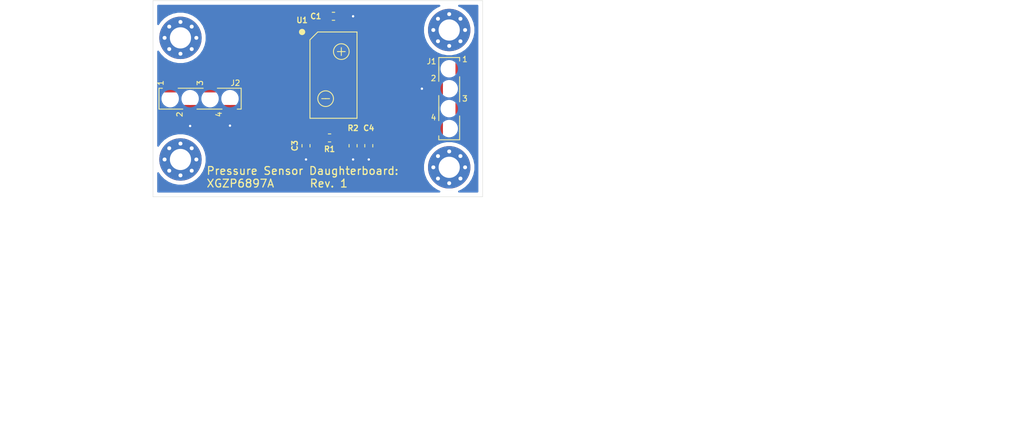
<source format=kicad_pcb>
(kicad_pcb (version 20171130) (host pcbnew "(5.1.9)-1")

  (general
    (thickness 1.6)
    (drawings 8)
    (tracks 45)
    (zones 0)
    (modules 12)
    (nets 12)
  )

  (page A4)
  (title_block
    (title "Pressure Sensor Daughterboard: MPXV5004DP")
    (rev 1)
    (company RespiraWorks)
  )

  (layers
    (0 F.Cu signal)
    (31 B.Cu signal)
    (32 B.Adhes user)
    (33 F.Adhes user)
    (34 B.Paste user)
    (35 F.Paste user)
    (36 B.SilkS user)
    (37 F.SilkS user)
    (38 B.Mask user)
    (39 F.Mask user)
    (40 Dwgs.User user)
    (41 Cmts.User user)
    (42 Eco1.User user)
    (43 Eco2.User user)
    (44 Edge.Cuts user)
    (45 Margin user)
    (46 B.CrtYd user)
    (47 F.CrtYd user)
    (48 B.Fab user)
    (49 F.Fab user)
  )

  (setup
    (last_trace_width 0.2)
    (user_trace_width 0.2)
    (user_trace_width 0.5)
    (user_trace_width 1)
    (trace_clearance 0.2)
    (zone_clearance 0.508)
    (zone_45_only no)
    (trace_min 0.2)
    (via_size 0.6)
    (via_drill 0.3)
    (via_min_size 0.4)
    (via_min_drill 0.3)
    (uvia_size 0.3)
    (uvia_drill 0.1)
    (uvias_allowed no)
    (uvia_min_size 0.2)
    (uvia_min_drill 0.1)
    (edge_width 0.05)
    (segment_width 0.2)
    (pcb_text_width 0.3)
    (pcb_text_size 1.5 1.5)
    (mod_edge_width 0.12)
    (mod_text_size 1 1)
    (mod_text_width 0.15)
    (pad_size 1.524 1.524)
    (pad_drill 0.762)
    (pad_to_mask_clearance 0)
    (aux_axis_origin 119 77.5)
    (visible_elements 7FFDFFFF)
    (pcbplotparams
      (layerselection 0x010fc_ffffffff)
      (usegerberextensions false)
      (usegerberattributes true)
      (usegerberadvancedattributes true)
      (creategerberjobfile true)
      (excludeedgelayer true)
      (linewidth 0.100000)
      (plotframeref false)
      (viasonmask false)
      (mode 1)
      (useauxorigin false)
      (hpglpennumber 1)
      (hpglpenspeed 20)
      (hpglpendiameter 15.000000)
      (psnegative false)
      (psa4output false)
      (plotreference true)
      (plotvalue true)
      (plotinvisibletext false)
      (padsonsilk false)
      (subtractmaskfromsilk false)
      (outputformat 1)
      (mirror false)
      (drillshape 1)
      (scaleselection 1)
      (outputdirectory "manufacturing/"))
  )

  (net 0 "")
  (net 1 +5V_Sns)
  (net 2 GND)
  (net 3 "Net-(C3-Pad2)")
  (net 4 "Net-(C4-Pad2)")
  (net 5 "Net-(J1-Pad4)")
  (net 6 "Net-(J1-Pad3)")
  (net 7 "Net-(J2-Pad3)")
  (net 8 "Net-(H1-Pad1)")
  (net 9 "Net-(H2-Pad1)")
  (net 10 "Net-(H3-Pad1)")
  (net 11 "Net-(H4-Pad1)")

  (net_class Default "This is the default net class."
    (clearance 0.2)
    (trace_width 0.2)
    (via_dia 0.6)
    (via_drill 0.3)
    (uvia_dia 0.3)
    (uvia_drill 0.1)
    (add_net +5V_Sns)
    (add_net GND)
    (add_net "Net-(C3-Pad2)")
    (add_net "Net-(C4-Pad2)")
    (add_net "Net-(H1-Pad1)")
    (add_net "Net-(H2-Pad1)")
    (add_net "Net-(H3-Pad1)")
    (add_net "Net-(H4-Pad1)")
    (add_net "Net-(J1-Pad3)")
    (add_net "Net-(J1-Pad4)")
    (add_net "Net-(J2-Pad3)")
  )

  (module RespiraWorks:XGZP6897A (layer F.Cu) (tedit 606E3144) (tstamp 605AAF96)
    (at 142 87)
    (descr "NXP MPXV5004DP differential gas pressure sensor")
    (path /5FFA0C0F)
    (attr smd)
    (fp_text reference U1 (at -4 -7) (layer F.SilkS)
      (effects (font (size 0.7 0.7) (thickness 0.15)))
    )
    (fp_text value XGZP6897A005KPD (at 0 -0.5) (layer F.Fab)
      (effects (font (size 1 1) (thickness 0.15)))
    )
    (fp_line (start -1 3) (end -0.5 3) (layer F.SilkS) (width 0.12))
    (fp_line (start -1.5 3) (end -1 3) (layer F.SilkS) (width 0.12))
    (fp_line (start 0.5 -3) (end 1.5 -3) (layer F.SilkS) (width 0.12))
    (fp_line (start 1 -3.5) (end 1 -2.5) (layer F.SilkS) (width 0.12))
    (fp_circle (center -1 3) (end -1 4) (layer F.SilkS) (width 0.12))
    (fp_circle (center 1 -3) (end 1 -2) (layer F.SilkS) (width 0.12))
    (fp_line (start -3 -4.5) (end -2 -5.5) (layer F.SilkS) (width 0.12))
    (fp_line (start 3 -5.5) (end -2 -5.5) (layer F.SilkS) (width 0.12))
    (fp_line (start 3 5.5) (end 3 -5.5) (layer F.SilkS) (width 0.12))
    (fp_line (start -3 5.5) (end 3 5.5) (layer F.SilkS) (width 0.12))
    (fp_line (start -3 -4.5) (end -3 5.5) (layer F.SilkS) (width 0.12))
    (fp_line (start -3.5 -4.5) (end -2.5 -5.5) (layer F.Fab) (width 0.05))
    (fp_line (start 3.5 -5.5) (end -2.5 -5.5) (layer F.Fab) (width 0.05))
    (fp_line (start 3.5 5.5) (end 3.5 -5.5) (layer F.Fab) (width 0.05))
    (fp_line (start -3.5 5.5) (end 3.5 5.5) (layer F.Fab) (width 0.05))
    (fp_line (start -3.5 -4.5) (end -3.5 5.5) (layer F.Fab) (width 0.05))
    (fp_circle (center -4 -5.5) (end -3.9 -5.5) (layer F.Fab) (width 0.2))
    (fp_circle (center -4 -5.5) (end -3.8 -5.5) (layer F.SilkS) (width 0.4))
    (fp_line (start -6.5 6) (end -6.5 -6) (layer F.CrtYd) (width 0.05))
    (fp_line (start -6.5 -6) (end 6.5 -6) (layer F.CrtYd) (width 0.05))
    (fp_line (start 6.5 -6) (end 6.5 6) (layer F.CrtYd) (width 0.05))
    (fp_line (start 6.5 6) (end -6.5 6) (layer F.CrtYd) (width 0.05))
    (fp_text user %R (at 0 0) (layer F.Fab)
      (effects (font (size 1 1) (thickness 0.05)))
    )
    (pad 8 smd rect (at 4.77 -3.81) (size 2.54 1.52) (layers F.Cu F.Paste F.Mask)
      (net 2 GND))
    (pad 7 smd rect (at 4.77 -1.27) (size 2.54 1.52) (layers F.Cu F.Paste F.Mask))
    (pad 6 smd rect (at 4.77 1.27) (size 2.54 1.52) (layers F.Cu F.Paste F.Mask))
    (pad 5 smd rect (at 4.77 3.81) (size 2.54 1.52) (layers F.Cu F.Paste F.Mask))
    (pad 4 smd rect (at -4.77 3.81) (size 2.54 1.52) (layers F.Cu F.Paste F.Mask))
    (pad 3 smd rect (at -4.77 1.27) (size 2.54 1.52) (layers F.Cu F.Paste F.Mask)
      (net 3 "Net-(C3-Pad2)"))
    (pad 2 smd rect (at -4.77 -1.27) (size 2.54 1.52) (layers F.Cu F.Paste F.Mask)
      (net 1 +5V_Sns))
    (pad 1 smd rect (at -4.77 -3.81) (size 2.54 1.52) (layers F.Cu F.Paste F.Mask))
  )

  (module RespiraWorks_Std:PinSocket_1x04_P2.54mm_Vertical_SMD_TE_1241152-4 (layer F.Cu) (tedit 6065EE73) (tstamp 605B18C1)
    (at 125 90 90)
    (descr "0.1\"/2.54 mm female header, vertical SMT, bottom entry: Samtec SSM-104-*-SV-BE")
    (path /5FFA26A3)
    (attr smd)
    (fp_text reference J2 (at 2 4.5 180) (layer F.SilkS)
      (effects (font (size 0.7 0.7) (thickness 0.12)))
    )
    (fp_text value "Main board connections (bottom entry)" (at 0 6.68 90) (layer F.Fab)
      (effects (font (size 1 1) (thickness 0.15)))
    )
    (fp_line (start -2.3 4.1) (end -2.3 3.5) (layer F.Fab) (width 0.05))
    (fp_line (start -2.3 3.5) (end -1.27 3.5) (layer F.Fab) (width 0.05))
    (fp_line (start -1.27 4.1) (end -2.3 4.1) (layer F.Fab) (width 0.05))
    (fp_circle (center 1.75 -4.52) (end 1.65 -4.52) (layer F.Fab) (width 0.2))
    (fp_line (start 3.1 5.67) (end 3.1 -5.72) (layer F.CrtYd) (width 0.05))
    (fp_line (start -3.1 5.67) (end 3.1 5.67) (layer F.CrtYd) (width 0.05))
    (fp_line (start -3.1 -5.72) (end -3.1 5.67) (layer F.CrtYd) (width 0.05))
    (fp_line (start 3.1 -5.72) (end -3.1 -5.72) (layer F.CrtYd) (width 0.05))
    (fp_line (start 2.3 1.57) (end 2.3 0.97) (layer F.Fab) (width 0.05))
    (fp_line (start 1.27 1.57) (end 2.3 1.57) (layer F.Fab) (width 0.05))
    (fp_line (start 2.3 0.97) (end 1.27 0.97) (layer F.Fab) (width 0.05))
    (fp_line (start -2.3 -0.97) (end -1.27 -0.97) (layer F.Fab) (width 0.05))
    (fp_line (start -2.3 -1.57) (end -2.3 -0.97) (layer F.Fab) (width 0.05))
    (fp_line (start -1.27 -1.57) (end -2.3 -1.57) (layer F.Fab) (width 0.05))
    (fp_line (start 2.3 -3.51) (end 2.3 -4.11) (layer F.Fab) (width 0.05))
    (fp_line (start 1.27 -3.51) (end 2.3 -3.51) (layer F.Fab) (width 0.05))
    (fp_line (start 2.3 -4.11) (end 1.27 -4.11) (layer F.Fab) (width 0.05))
    (fp_line (start 1.27 -4.545) (end 0.635 -5.18) (layer F.Fab) (width 0.05))
    (fp_line (start 1.27 5.18) (end 1.27 -4.545) (layer F.Fab) (width 0.05))
    (fp_line (start -1.27 5.18) (end 1.27 5.18) (layer F.Fab) (width 0.05))
    (fp_line (start -1.27 -5.18) (end -1.27 5.18) (layer F.Fab) (width 0.05))
    (fp_line (start 0.635 -5.18) (end -1.27 -5.18) (layer F.Fab) (width 0.05))
    (fp_line (start 1.33 2.2) (end 1.33 5.23) (layer F.SilkS) (width 0.12))
    (fp_line (start 1.33 -2.8) (end 1.33 0.4) (layer F.SilkS) (width 0.12))
    (fp_line (start 1.33 -5.24) (end 1.33 -4.8) (layer F.SilkS) (width 0.12))
    (fp_line (start 1.33 5.24) (end -1.33 5.24) (layer F.SilkS) (width 0.12))
    (fp_line (start -1.33 -0.4) (end -1.33 2.8) (layer F.SilkS) (width 0.12))
    (fp_line (start -1.33 -5.24) (end -1.33 -2.2) (layer F.SilkS) (width 0.12))
    (fp_line (start 1.33 -5.24) (end -1.33 -5.24) (layer F.SilkS) (width 0.12))
    (fp_line (start -1.33 4.73) (end -1.33 5.22) (layer F.SilkS) (width 0.12))
    (fp_text user 3 (at 2 0 90) (layer F.SilkS)
      (effects (font (size 0.7 0.7) (thickness 0.12)))
    )
    (fp_text user 1 (at 2 -5.02 90) (layer F.SilkS)
      (effects (font (size 0.7 0.7) (thickness 0.12)))
    )
    (fp_text user %R (at 0 0) (layer F.Fab)
      (effects (font (size 1 1) (thickness 0.05)))
    )
    (fp_text user 2 (at -2 -2.6 90) (layer F.SilkS)
      (effects (font (size 0.7 0.7) (thickness 0.12)))
    )
    (fp_text user 4 (at -2 2.4 90) (layer F.SilkS)
      (effects (font (size 0.7 0.7) (thickness 0.12)))
    )
    (pad "" np_thru_hole circle (at 0 1.27 90) (size 1.2 1.2) (drill 1.2) (layers *.Cu *.Mask))
    (pad "" np_thru_hole circle (at 0 -1.27 90) (size 1.2 1.2) (drill 1.2) (layers *.Cu *.Mask))
    (pad "" np_thru_hole circle (at 0 -3.81 90) (size 1.2 1.2) (drill 1.2) (layers *.Cu *.Mask))
    (pad 1 smd rect (at 1.85 -3.81 90) (size 2.1 1.5) (layers F.Cu F.Paste F.Mask)
      (net 1 +5V_Sns))
    (pad 3 smd rect (at 1.85 1.27 90) (size 2.1 1.5) (layers F.Cu F.Paste F.Mask)
      (net 7 "Net-(J2-Pad3)"))
    (pad 2 smd rect (at -1.85 -1.27 90) (size 2.1 1.5) (layers F.Cu F.Paste F.Mask)
      (net 2 GND))
    (pad 4 smd rect (at -1.85 3.81 90) (size 2.1 1.5) (layers F.Cu F.Paste F.Mask)
      (net 2 GND))
    (pad "" np_thru_hole circle (at 0 3.81 90) (size 1.2 1.2) (drill 1.2) (layers *.Cu *.Mask))
    (model ${KISYS3DMOD}/Connector_PinSocket_2.54mm.3dshapes/PinSocket_1x04_P2.54mm_Vertical_SMD_Pin1Left.wrl
      (at (xyz 0 0 0))
      (scale (xyz 1 1 1))
      (rotate (xyz 0 0 0))
    )
  )

  (module RespiraWorks_Std:PinSocket_1x04_P2.54mm_Vertical_SMD_TE_1241152-4 (layer F.Cu) (tedit 6065EE73) (tstamp 605AAF10)
    (at 156.75 90)
    (descr "0.1\"/2.54 mm female header, vertical SMT, bottom entry: Samtec SSM-104-*-SV-BE")
    (path /5FFA737A)
    (attr smd)
    (fp_text reference J1 (at -2.25 -4.75) (layer F.SilkS)
      (effects (font (size 0.7 0.7) (thickness 0.12)))
    )
    (fp_text value "Main board connections (bottom entry)" (at 0 6.68) (layer F.Fab)
      (effects (font (size 1 1) (thickness 0.15)))
    )
    (fp_line (start -2.3 4.1) (end -2.3 3.5) (layer F.Fab) (width 0.05))
    (fp_line (start -2.3 3.5) (end -1.27 3.5) (layer F.Fab) (width 0.05))
    (fp_line (start -1.27 4.1) (end -2.3 4.1) (layer F.Fab) (width 0.05))
    (fp_circle (center 1.75 -4.52) (end 1.65 -4.52) (layer F.Fab) (width 0.2))
    (fp_line (start 3.1 5.67) (end 3.1 -5.72) (layer F.CrtYd) (width 0.05))
    (fp_line (start -3.1 5.67) (end 3.1 5.67) (layer F.CrtYd) (width 0.05))
    (fp_line (start -3.1 -5.72) (end -3.1 5.67) (layer F.CrtYd) (width 0.05))
    (fp_line (start 3.1 -5.72) (end -3.1 -5.72) (layer F.CrtYd) (width 0.05))
    (fp_line (start 2.3 1.57) (end 2.3 0.97) (layer F.Fab) (width 0.05))
    (fp_line (start 1.27 1.57) (end 2.3 1.57) (layer F.Fab) (width 0.05))
    (fp_line (start 2.3 0.97) (end 1.27 0.97) (layer F.Fab) (width 0.05))
    (fp_line (start -2.3 -0.97) (end -1.27 -0.97) (layer F.Fab) (width 0.05))
    (fp_line (start -2.3 -1.57) (end -2.3 -0.97) (layer F.Fab) (width 0.05))
    (fp_line (start -1.27 -1.57) (end -2.3 -1.57) (layer F.Fab) (width 0.05))
    (fp_line (start 2.3 -3.51) (end 2.3 -4.11) (layer F.Fab) (width 0.05))
    (fp_line (start 1.27 -3.51) (end 2.3 -3.51) (layer F.Fab) (width 0.05))
    (fp_line (start 2.3 -4.11) (end 1.27 -4.11) (layer F.Fab) (width 0.05))
    (fp_line (start 1.27 -4.545) (end 0.635 -5.18) (layer F.Fab) (width 0.05))
    (fp_line (start 1.27 5.18) (end 1.27 -4.545) (layer F.Fab) (width 0.05))
    (fp_line (start -1.27 5.18) (end 1.27 5.18) (layer F.Fab) (width 0.05))
    (fp_line (start -1.27 -5.18) (end -1.27 5.18) (layer F.Fab) (width 0.05))
    (fp_line (start 0.635 -5.18) (end -1.27 -5.18) (layer F.Fab) (width 0.05))
    (fp_line (start 1.33 2.2) (end 1.33 5.23) (layer F.SilkS) (width 0.12))
    (fp_line (start 1.33 -2.8) (end 1.33 0.4) (layer F.SilkS) (width 0.12))
    (fp_line (start 1.33 -5.24) (end 1.33 -4.8) (layer F.SilkS) (width 0.12))
    (fp_line (start 1.33 5.24) (end -1.33 5.24) (layer F.SilkS) (width 0.12))
    (fp_line (start -1.33 -0.4) (end -1.33 2.8) (layer F.SilkS) (width 0.12))
    (fp_line (start -1.33 -5.24) (end -1.33 -2.2) (layer F.SilkS) (width 0.12))
    (fp_line (start 1.33 -5.24) (end -1.33 -5.24) (layer F.SilkS) (width 0.12))
    (fp_line (start -1.33 4.73) (end -1.33 5.22) (layer F.SilkS) (width 0.12))
    (fp_text user 3 (at 2 0) (layer F.SilkS)
      (effects (font (size 0.7 0.7) (thickness 0.12)))
    )
    (fp_text user 1 (at 2 -5.02) (layer F.SilkS)
      (effects (font (size 0.7 0.7) (thickness 0.12)))
    )
    (fp_text user %R (at 0 0 90) (layer F.Fab)
      (effects (font (size 1 1) (thickness 0.05)))
    )
    (fp_text user 2 (at -2 -2.6) (layer F.SilkS)
      (effects (font (size 0.7 0.7) (thickness 0.12)))
    )
    (fp_text user 4 (at -2 2.4) (layer F.SilkS)
      (effects (font (size 0.7 0.7) (thickness 0.12)))
    )
    (pad "" np_thru_hole circle (at 0 1.27) (size 1.2 1.2) (drill 1.2) (layers *.Cu *.Mask))
    (pad "" np_thru_hole circle (at 0 -1.27) (size 1.2 1.2) (drill 1.2) (layers *.Cu *.Mask))
    (pad "" np_thru_hole circle (at 0 -3.81) (size 1.2 1.2) (drill 1.2) (layers *.Cu *.Mask))
    (pad 1 smd rect (at 1.85 -3.81) (size 2.1 1.5) (layers F.Cu F.Paste F.Mask)
      (net 4 "Net-(C4-Pad2)"))
    (pad 3 smd rect (at 1.85 1.27) (size 2.1 1.5) (layers F.Cu F.Paste F.Mask)
      (net 6 "Net-(J1-Pad3)"))
    (pad 2 smd rect (at -1.85 -1.27) (size 2.1 1.5) (layers F.Cu F.Paste F.Mask)
      (net 2 GND))
    (pad 4 smd rect (at -1.85 3.81) (size 2.1 1.5) (layers F.Cu F.Paste F.Mask)
      (net 5 "Net-(J1-Pad4)"))
    (pad "" np_thru_hole circle (at 0 3.81) (size 1.2 1.2) (drill 1.2) (layers *.Cu *.Mask))
    (model ${KISYS3DMOD}/Connector_PinSocket_2.54mm.3dshapes/PinSocket_1x04_P2.54mm_Vertical_SMD_Pin1Left.wrl
      (at (xyz 0 0 0))
      (scale (xyz 1 1 1))
      (rotate (xyz 0 0 0))
    )
  )

  (module RespiraWorks_Std:MountingHole_2.7mm_M2.5_Pad_Via (layer F.Cu) (tedit 605AB8A9) (tstamp 605AB503)
    (at 156.75 98.75)
    (descr "Mounting Hole 2.7mm")
    (tags "mounting hole 2.7mm")
    (path /605B582D)
    (attr virtual)
    (fp_text reference H4 (at 0 -3.7) (layer F.SilkS) hide
      (effects (font (size 0.7 0.7) (thickness 0.12)))
    )
    (fp_text value M2.5 (at 0 3.7) (layer F.Fab)
      (effects (font (size 1 1) (thickness 0.15)))
    )
    (fp_circle (center 0 0) (end 2.95 0) (layer F.CrtYd) (width 0.05))
    (fp_circle (center 0 0) (end 2.7 0) (layer Cmts.User) (width 0.15))
    (fp_text user %R (at 0.3 0) (layer F.Fab) hide
      (effects (font (size 1 1) (thickness 0.15)))
    )
    (pad 1 thru_hole circle (at 0 0) (size 5.4 5.4) (drill 2.7) (layers *.Cu *.Mask)
      (net 11 "Net-(H4-Pad1)"))
    (pad 1 thru_hole circle (at 2.025 0) (size 0.8 0.8) (drill 0.5) (layers *.Cu *.Mask)
      (net 11 "Net-(H4-Pad1)"))
    (pad 1 thru_hole circle (at 1.431891 1.431891) (size 0.8 0.8) (drill 0.5) (layers *.Cu *.Mask)
      (net 11 "Net-(H4-Pad1)"))
    (pad 1 thru_hole circle (at 0 2.025) (size 0.8 0.8) (drill 0.5) (layers *.Cu *.Mask)
      (net 11 "Net-(H4-Pad1)"))
    (pad 1 thru_hole circle (at -1.431891 1.431891) (size 0.8 0.8) (drill 0.5) (layers *.Cu *.Mask)
      (net 11 "Net-(H4-Pad1)"))
    (pad 1 thru_hole circle (at -2.025 0) (size 0.8 0.8) (drill 0.5) (layers *.Cu *.Mask)
      (net 11 "Net-(H4-Pad1)"))
    (pad 1 thru_hole circle (at -1.431891 -1.431891) (size 0.8 0.8) (drill 0.5) (layers *.Cu *.Mask)
      (net 11 "Net-(H4-Pad1)"))
    (pad 1 thru_hole circle (at 0 -2.025) (size 0.8 0.8) (drill 0.5) (layers *.Cu *.Mask)
      (net 11 "Net-(H4-Pad1)"))
    (pad 1 thru_hole circle (at 1.431891 -1.431891) (size 0.8 0.8) (drill 0.5) (layers *.Cu *.Mask)
      (net 11 "Net-(H4-Pad1)"))
  )

  (module RespiraWorks_Std:MountingHole_2.7mm_M2.5_Pad_Via (layer F.Cu) (tedit 605AB8A9) (tstamp 605AB4F3)
    (at 156.75 81.25)
    (descr "Mounting Hole 2.7mm")
    (tags "mounting hole 2.7mm")
    (path /605B4C2D)
    (attr virtual)
    (fp_text reference H3 (at 0 -3.7) (layer F.SilkS) hide
      (effects (font (size 0.7 0.7) (thickness 0.12)))
    )
    (fp_text value M2.5 (at 0 3.7) (layer F.Fab)
      (effects (font (size 1 1) (thickness 0.15)))
    )
    (fp_circle (center 0 0) (end 2.95 0) (layer F.CrtYd) (width 0.05))
    (fp_circle (center 0 0) (end 2.7 0) (layer Cmts.User) (width 0.15))
    (fp_text user %R (at 0.3 0) (layer F.Fab) hide
      (effects (font (size 1 1) (thickness 0.15)))
    )
    (pad 1 thru_hole circle (at 0 0) (size 5.4 5.4) (drill 2.7) (layers *.Cu *.Mask)
      (net 10 "Net-(H3-Pad1)"))
    (pad 1 thru_hole circle (at 2.025 0) (size 0.8 0.8) (drill 0.5) (layers *.Cu *.Mask)
      (net 10 "Net-(H3-Pad1)"))
    (pad 1 thru_hole circle (at 1.431891 1.431891) (size 0.8 0.8) (drill 0.5) (layers *.Cu *.Mask)
      (net 10 "Net-(H3-Pad1)"))
    (pad 1 thru_hole circle (at 0 2.025) (size 0.8 0.8) (drill 0.5) (layers *.Cu *.Mask)
      (net 10 "Net-(H3-Pad1)"))
    (pad 1 thru_hole circle (at -1.431891 1.431891) (size 0.8 0.8) (drill 0.5) (layers *.Cu *.Mask)
      (net 10 "Net-(H3-Pad1)"))
    (pad 1 thru_hole circle (at -2.025 0) (size 0.8 0.8) (drill 0.5) (layers *.Cu *.Mask)
      (net 10 "Net-(H3-Pad1)"))
    (pad 1 thru_hole circle (at -1.431891 -1.431891) (size 0.8 0.8) (drill 0.5) (layers *.Cu *.Mask)
      (net 10 "Net-(H3-Pad1)"))
    (pad 1 thru_hole circle (at 0 -2.025) (size 0.8 0.8) (drill 0.5) (layers *.Cu *.Mask)
      (net 10 "Net-(H3-Pad1)"))
    (pad 1 thru_hole circle (at 1.431891 -1.431891) (size 0.8 0.8) (drill 0.5) (layers *.Cu *.Mask)
      (net 10 "Net-(H3-Pad1)"))
  )

  (module RespiraWorks_Std:MountingHole_2.7mm_M2.5_Pad_Via (layer F.Cu) (tedit 605AB8A9) (tstamp 605AB4E3)
    (at 122.5 97.75)
    (descr "Mounting Hole 2.7mm")
    (tags "mounting hole 2.7mm")
    (path /605B55AD)
    (attr virtual)
    (fp_text reference H2 (at 0 -3.7) (layer F.SilkS) hide
      (effects (font (size 0.7 0.7) (thickness 0.12)))
    )
    (fp_text value M2.5 (at 0 3.7) (layer F.Fab)
      (effects (font (size 1 1) (thickness 0.15)))
    )
    (fp_circle (center 0 0) (end 2.95 0) (layer F.CrtYd) (width 0.05))
    (fp_circle (center 0 0) (end 2.7 0) (layer Cmts.User) (width 0.15))
    (fp_text user %R (at 0.3 0) (layer F.Fab) hide
      (effects (font (size 1 1) (thickness 0.15)))
    )
    (pad 1 thru_hole circle (at 0 0) (size 5.4 5.4) (drill 2.7) (layers *.Cu *.Mask)
      (net 9 "Net-(H2-Pad1)"))
    (pad 1 thru_hole circle (at 2.025 0) (size 0.8 0.8) (drill 0.5) (layers *.Cu *.Mask)
      (net 9 "Net-(H2-Pad1)"))
    (pad 1 thru_hole circle (at 1.431891 1.431891) (size 0.8 0.8) (drill 0.5) (layers *.Cu *.Mask)
      (net 9 "Net-(H2-Pad1)"))
    (pad 1 thru_hole circle (at 0 2.025) (size 0.8 0.8) (drill 0.5) (layers *.Cu *.Mask)
      (net 9 "Net-(H2-Pad1)"))
    (pad 1 thru_hole circle (at -1.431891 1.431891) (size 0.8 0.8) (drill 0.5) (layers *.Cu *.Mask)
      (net 9 "Net-(H2-Pad1)"))
    (pad 1 thru_hole circle (at -2.025 0) (size 0.8 0.8) (drill 0.5) (layers *.Cu *.Mask)
      (net 9 "Net-(H2-Pad1)"))
    (pad 1 thru_hole circle (at -1.431891 -1.431891) (size 0.8 0.8) (drill 0.5) (layers *.Cu *.Mask)
      (net 9 "Net-(H2-Pad1)"))
    (pad 1 thru_hole circle (at 0 -2.025) (size 0.8 0.8) (drill 0.5) (layers *.Cu *.Mask)
      (net 9 "Net-(H2-Pad1)"))
    (pad 1 thru_hole circle (at 1.431891 -1.431891) (size 0.8 0.8) (drill 0.5) (layers *.Cu *.Mask)
      (net 9 "Net-(H2-Pad1)"))
  )

  (module RespiraWorks_Std:MountingHole_2.7mm_M2.5_Pad_Via (layer F.Cu) (tedit 605AB8A9) (tstamp 605AB4D3)
    (at 122.5 82.25)
    (descr "Mounting Hole 2.7mm")
    (tags "mounting hole 2.7mm")
    (path /605B378F)
    (attr virtual)
    (fp_text reference H1 (at 0 -3.7) (layer F.SilkS) hide
      (effects (font (size 0.7 0.7) (thickness 0.12)))
    )
    (fp_text value M2.5 (at 0 3.7) (layer F.Fab)
      (effects (font (size 1 1) (thickness 0.15)))
    )
    (fp_circle (center 0 0) (end 2.95 0) (layer F.CrtYd) (width 0.05))
    (fp_circle (center 0 0) (end 2.7 0) (layer Cmts.User) (width 0.15))
    (fp_text user %R (at 0.3 0) (layer F.Fab) hide
      (effects (font (size 1 1) (thickness 0.15)))
    )
    (pad 1 thru_hole circle (at 0 0) (size 5.4 5.4) (drill 2.7) (layers *.Cu *.Mask)
      (net 8 "Net-(H1-Pad1)"))
    (pad 1 thru_hole circle (at 2.025 0) (size 0.8 0.8) (drill 0.5) (layers *.Cu *.Mask)
      (net 8 "Net-(H1-Pad1)"))
    (pad 1 thru_hole circle (at 1.431891 1.431891) (size 0.8 0.8) (drill 0.5) (layers *.Cu *.Mask)
      (net 8 "Net-(H1-Pad1)"))
    (pad 1 thru_hole circle (at 0 2.025) (size 0.8 0.8) (drill 0.5) (layers *.Cu *.Mask)
      (net 8 "Net-(H1-Pad1)"))
    (pad 1 thru_hole circle (at -1.431891 1.431891) (size 0.8 0.8) (drill 0.5) (layers *.Cu *.Mask)
      (net 8 "Net-(H1-Pad1)"))
    (pad 1 thru_hole circle (at -2.025 0) (size 0.8 0.8) (drill 0.5) (layers *.Cu *.Mask)
      (net 8 "Net-(H1-Pad1)"))
    (pad 1 thru_hole circle (at -1.431891 -1.431891) (size 0.8 0.8) (drill 0.5) (layers *.Cu *.Mask)
      (net 8 "Net-(H1-Pad1)"))
    (pad 1 thru_hole circle (at 0 -2.025) (size 0.8 0.8) (drill 0.5) (layers *.Cu *.Mask)
      (net 8 "Net-(H1-Pad1)"))
    (pad 1 thru_hole circle (at 1.431891 -1.431891) (size 0.8 0.8) (drill 0.5) (layers *.Cu *.Mask)
      (net 8 "Net-(H1-Pad1)"))
  )

  (module RespiraWorks_Std:R_0603_1608Metric (layer F.Cu) (tedit 5FB9354D) (tstamp 605AAF5E)
    (at 144.5 96 90)
    (descr "Resistor SMD 0603 (1608 Metric), square (rectangular) end terminal, IPC_7351 nominal, (Body size source: http://www.tortai-tech.com/upload/download/2011102023233369053.pdf), generated with kicad-footprint-generator")
    (tags resistor)
    (path /5FFBE48D)
    (attr smd)
    (fp_text reference R2 (at 2.25 0 180) (layer F.SilkS)
      (effects (font (size 0.7 0.7) (thickness 0.15)))
    )
    (fp_text value 4.7K (at 0 1.43 90) (layer F.Fab)
      (effects (font (size 1 1) (thickness 0.15)))
    )
    (fp_line (start 1.48 0.73) (end -1.48 0.73) (layer F.CrtYd) (width 0.05))
    (fp_line (start 1.48 -0.73) (end 1.48 0.73) (layer F.CrtYd) (width 0.05))
    (fp_line (start -1.48 -0.73) (end 1.48 -0.73) (layer F.CrtYd) (width 0.05))
    (fp_line (start -1.48 0.73) (end -1.48 -0.73) (layer F.CrtYd) (width 0.05))
    (fp_line (start -0.162779 0.51) (end 0.162779 0.51) (layer F.SilkS) (width 0.12))
    (fp_line (start -0.162779 -0.51) (end 0.162779 -0.51) (layer F.SilkS) (width 0.12))
    (fp_line (start 0.8 0.4) (end -0.8 0.4) (layer F.Fab) (width 0.1))
    (fp_line (start 0.8 -0.4) (end 0.8 0.4) (layer F.Fab) (width 0.1))
    (fp_line (start -0.8 -0.4) (end 0.8 -0.4) (layer F.Fab) (width 0.1))
    (fp_line (start -0.8 0.4) (end -0.8 -0.4) (layer F.Fab) (width 0.1))
    (fp_text user %R (at 0 0 90) (layer F.Fab)
      (effects (font (size 0.4 0.4) (thickness 0.06)))
    )
    (pad 2 smd roundrect (at 0.7875 0 90) (size 0.875 0.95) (layers F.Cu F.Paste F.Mask) (roundrect_rratio 0.25)
      (net 4 "Net-(C4-Pad2)"))
    (pad 1 smd roundrect (at -0.7875 0 90) (size 0.875 0.95) (layers F.Cu F.Paste F.Mask) (roundrect_rratio 0.25)
      (net 2 GND))
    (model ${KISYS3DMOD}/Resistor_SMD.3dshapes/R_0603_1608Metric.wrl
      (at (xyz 0 0 0))
      (scale (xyz 1 1 1))
      (rotate (xyz 0 0 0))
    )
  )

  (module RespiraWorks_Std:R_0603_1608Metric (layer F.Cu) (tedit 5FB9354D) (tstamp 605B1CB2)
    (at 141.5 95 180)
    (descr "Resistor SMD 0603 (1608 Metric), square (rectangular) end terminal, IPC_7351 nominal, (Body size source: http://www.tortai-tech.com/upload/download/2011102023233369053.pdf), generated with kicad-footprint-generator")
    (tags resistor)
    (path /5FFBE485)
    (attr smd)
    (fp_text reference R1 (at 0 -1.43) (layer F.SilkS)
      (effects (font (size 0.7 0.7) (thickness 0.15)))
    )
    (fp_text value 2.4K (at 0 1.43) (layer F.Fab)
      (effects (font (size 1 1) (thickness 0.15)))
    )
    (fp_line (start 1.48 0.73) (end -1.48 0.73) (layer F.CrtYd) (width 0.05))
    (fp_line (start 1.48 -0.73) (end 1.48 0.73) (layer F.CrtYd) (width 0.05))
    (fp_line (start -1.48 -0.73) (end 1.48 -0.73) (layer F.CrtYd) (width 0.05))
    (fp_line (start -1.48 0.73) (end -1.48 -0.73) (layer F.CrtYd) (width 0.05))
    (fp_line (start -0.162779 0.51) (end 0.162779 0.51) (layer F.SilkS) (width 0.12))
    (fp_line (start -0.162779 -0.51) (end 0.162779 -0.51) (layer F.SilkS) (width 0.12))
    (fp_line (start 0.8 0.4) (end -0.8 0.4) (layer F.Fab) (width 0.1))
    (fp_line (start 0.8 -0.4) (end 0.8 0.4) (layer F.Fab) (width 0.1))
    (fp_line (start -0.8 -0.4) (end 0.8 -0.4) (layer F.Fab) (width 0.1))
    (fp_line (start -0.8 0.4) (end -0.8 -0.4) (layer F.Fab) (width 0.1))
    (fp_text user %R (at 0 0) (layer F.Fab)
      (effects (font (size 0.4 0.4) (thickness 0.06)))
    )
    (pad 2 smd roundrect (at 0.7875 0 180) (size 0.875 0.95) (layers F.Cu F.Paste F.Mask) (roundrect_rratio 0.25)
      (net 3 "Net-(C3-Pad2)"))
    (pad 1 smd roundrect (at -0.7875 0 180) (size 0.875 0.95) (layers F.Cu F.Paste F.Mask) (roundrect_rratio 0.25)
      (net 4 "Net-(C4-Pad2)"))
    (model ${KISYS3DMOD}/Resistor_SMD.3dshapes/R_0603_1608Metric.wrl
      (at (xyz 0 0 0))
      (scale (xyz 1 1 1))
      (rotate (xyz 0 0 0))
    )
  )

  (module RespiraWorks_Std:C_0603_1608Metric (layer F.Cu) (tedit 5FB93522) (tstamp 605B1D19)
    (at 146.5 96 90)
    (descr "Capacitor SMD 0603 (1608 Metric), square (rectangular) end terminal, IPC_7351 nominal, (Body size source: http://www.tortai-tech.com/upload/download/2011102023233369053.pdf), generated with kicad-footprint-generator")
    (tags capacitor)
    (path /5FFBE477)
    (attr smd)
    (fp_text reference C4 (at 2.25 0 180) (layer F.SilkS)
      (effects (font (size 0.7 0.7) (thickness 0.15)))
    )
    (fp_text value 1uF (at 0 1.43 90) (layer F.Fab)
      (effects (font (size 1 1) (thickness 0.15)))
    )
    (fp_line (start 1.48 0.73) (end -1.48 0.73) (layer F.CrtYd) (width 0.05))
    (fp_line (start 1.48 -0.73) (end 1.48 0.73) (layer F.CrtYd) (width 0.05))
    (fp_line (start -1.48 -0.73) (end 1.48 -0.73) (layer F.CrtYd) (width 0.05))
    (fp_line (start -1.48 0.73) (end -1.48 -0.73) (layer F.CrtYd) (width 0.05))
    (fp_line (start -0.162779 0.51) (end 0.162779 0.51) (layer F.SilkS) (width 0.12))
    (fp_line (start -0.162779 -0.51) (end 0.162779 -0.51) (layer F.SilkS) (width 0.12))
    (fp_line (start 0.8 0.4) (end -0.8 0.4) (layer F.Fab) (width 0.1))
    (fp_line (start 0.8 -0.4) (end 0.8 0.4) (layer F.Fab) (width 0.1))
    (fp_line (start -0.8 -0.4) (end 0.8 -0.4) (layer F.Fab) (width 0.1))
    (fp_line (start -0.8 0.4) (end -0.8 -0.4) (layer F.Fab) (width 0.1))
    (fp_text user %R (at 0 0 90) (layer F.Fab)
      (effects (font (size 0.4 0.4) (thickness 0.06)))
    )
    (pad 2 smd roundrect (at 0.7875 0 90) (size 0.875 0.95) (layers F.Cu F.Paste F.Mask) (roundrect_rratio 0.25)
      (net 4 "Net-(C4-Pad2)"))
    (pad 1 smd roundrect (at -0.7875 0 90) (size 0.875 0.95) (layers F.Cu F.Paste F.Mask) (roundrect_rratio 0.25)
      (net 2 GND))
    (model ${KISYS3DMOD}/Capacitor_SMD.3dshapes/C_0603_1608Metric.wrl
      (at (xyz 0 0 0))
      (scale (xyz 1 1 1))
      (rotate (xyz 0 0 0))
    )
  )

  (module RespiraWorks_Std:C_0603_1608Metric (layer F.Cu) (tedit 5FB93522) (tstamp 605AAED3)
    (at 138.5 96 90)
    (descr "Capacitor SMD 0603 (1608 Metric), square (rectangular) end terminal, IPC_7351 nominal, (Body size source: http://www.tortai-tech.com/upload/download/2011102023233369053.pdf), generated with kicad-footprint-generator")
    (tags capacitor)
    (path /5FFBE46B)
    (attr smd)
    (fp_text reference C3 (at 0 -1.43 90) (layer F.SilkS)
      (effects (font (size 0.7 0.7) (thickness 0.15)))
    )
    (fp_text value 470pF (at 0 1.43 90) (layer F.Fab)
      (effects (font (size 1 1) (thickness 0.15)))
    )
    (fp_line (start 1.48 0.73) (end -1.48 0.73) (layer F.CrtYd) (width 0.05))
    (fp_line (start 1.48 -0.73) (end 1.48 0.73) (layer F.CrtYd) (width 0.05))
    (fp_line (start -1.48 -0.73) (end 1.48 -0.73) (layer F.CrtYd) (width 0.05))
    (fp_line (start -1.48 0.73) (end -1.48 -0.73) (layer F.CrtYd) (width 0.05))
    (fp_line (start -0.162779 0.51) (end 0.162779 0.51) (layer F.SilkS) (width 0.12))
    (fp_line (start -0.162779 -0.51) (end 0.162779 -0.51) (layer F.SilkS) (width 0.12))
    (fp_line (start 0.8 0.4) (end -0.8 0.4) (layer F.Fab) (width 0.1))
    (fp_line (start 0.8 -0.4) (end 0.8 0.4) (layer F.Fab) (width 0.1))
    (fp_line (start -0.8 -0.4) (end 0.8 -0.4) (layer F.Fab) (width 0.1))
    (fp_line (start -0.8 0.4) (end -0.8 -0.4) (layer F.Fab) (width 0.1))
    (fp_text user %R (at 0 0 90) (layer F.Fab)
      (effects (font (size 0.4 0.4) (thickness 0.06)))
    )
    (pad 2 smd roundrect (at 0.7875 0 90) (size 0.875 0.95) (layers F.Cu F.Paste F.Mask) (roundrect_rratio 0.25)
      (net 3 "Net-(C3-Pad2)"))
    (pad 1 smd roundrect (at -0.7875 0 90) (size 0.875 0.95) (layers F.Cu F.Paste F.Mask) (roundrect_rratio 0.25)
      (net 2 GND))
    (model ${KISYS3DMOD}/Capacitor_SMD.3dshapes/C_0603_1608Metric.wrl
      (at (xyz 0 0 0))
      (scale (xyz 1 1 1))
      (rotate (xyz 0 0 0))
    )
  )

  (module RespiraWorks_Std:C_0603_1608Metric (layer F.Cu) (tedit 5FB93522) (tstamp 605AAEB1)
    (at 142 79.5 180)
    (descr "Capacitor SMD 0603 (1608 Metric), square (rectangular) end terminal, IPC_7351 nominal, (Body size source: http://www.tortai-tech.com/upload/download/2011102023233369053.pdf), generated with kicad-footprint-generator")
    (tags capacitor)
    (path /5FFA6CAD)
    (attr smd)
    (fp_text reference C1 (at 2.25 0) (layer F.SilkS)
      (effects (font (size 0.7 0.7) (thickness 0.15)))
    )
    (fp_text value 1uF (at 0 1.43) (layer F.Fab)
      (effects (font (size 1 1) (thickness 0.15)))
    )
    (fp_line (start 1.48 0.73) (end -1.48 0.73) (layer F.CrtYd) (width 0.05))
    (fp_line (start 1.48 -0.73) (end 1.48 0.73) (layer F.CrtYd) (width 0.05))
    (fp_line (start -1.48 -0.73) (end 1.48 -0.73) (layer F.CrtYd) (width 0.05))
    (fp_line (start -1.48 0.73) (end -1.48 -0.73) (layer F.CrtYd) (width 0.05))
    (fp_line (start -0.162779 0.51) (end 0.162779 0.51) (layer F.SilkS) (width 0.12))
    (fp_line (start -0.162779 -0.51) (end 0.162779 -0.51) (layer F.SilkS) (width 0.12))
    (fp_line (start 0.8 0.4) (end -0.8 0.4) (layer F.Fab) (width 0.1))
    (fp_line (start 0.8 -0.4) (end 0.8 0.4) (layer F.Fab) (width 0.1))
    (fp_line (start -0.8 -0.4) (end 0.8 -0.4) (layer F.Fab) (width 0.1))
    (fp_line (start -0.8 0.4) (end -0.8 -0.4) (layer F.Fab) (width 0.1))
    (fp_text user %R (at 0 0) (layer F.Fab)
      (effects (font (size 0.4 0.4) (thickness 0.06)))
    )
    (pad 2 smd roundrect (at 0.7875 0 180) (size 0.875 0.95) (layers F.Cu F.Paste F.Mask) (roundrect_rratio 0.25)
      (net 1 +5V_Sns))
    (pad 1 smd roundrect (at -0.7875 0 180) (size 0.875 0.95) (layers F.Cu F.Paste F.Mask) (roundrect_rratio 0.25)
      (net 2 GND))
    (model ${KISYS3DMOD}/Capacitor_SMD.3dshapes/C_0603_1608Metric.wrl
      (at (xyz 0 0 0))
      (scale (xyz 1 1 1))
      (rotate (xyz 0 0 0))
    )
  )

  (gr_text "NOTES:\n1. Assembly to meet IPC-A-610 Class 2 standards\n2. Polarity marks:\n  a. Pin 1 is indicated by a dot or bevel\n  b. Positive terminal for polarized capacitors, buzzers is indicated by a '+' symbol\n3. U1 must be hand-soldered, using no-clean flux" (at 99.5 123.25) (layer F.Fab)
    (effects (font (size 2 2) (thickness 0.15)) (justify left))
  )
  (dimension 25 (width 0.15) (layer Cmts.User)
    (gr_text "25.000 mm" (at 113.95 90 270) (layer Cmts.User)
      (effects (font (size 1 1) (thickness 0.15)))
    )
    (feature1 (pts (xy 119 102.5) (xy 114.663579 102.5)))
    (feature2 (pts (xy 119 77.5) (xy 114.663579 77.5)))
    (crossbar (pts (xy 115.25 77.5) (xy 115.25 102.5)))
    (arrow1a (pts (xy 115.25 102.5) (xy 114.663579 101.373496)))
    (arrow1b (pts (xy 115.25 102.5) (xy 115.836421 101.373496)))
    (arrow2a (pts (xy 115.25 77.5) (xy 114.663579 78.626504)))
    (arrow2b (pts (xy 115.25 77.5) (xy 115.836421 78.626504)))
  )
  (dimension 42 (width 0.15) (layer Cmts.User)
    (gr_text "42.000 mm" (at 140 106.8) (layer Cmts.User)
      (effects (font (size 1 1) (thickness 0.15)))
    )
    (feature1 (pts (xy 161 102.5) (xy 161 106.086421)))
    (feature2 (pts (xy 119 102.5) (xy 119 106.086421)))
    (crossbar (pts (xy 119 105.5) (xy 161 105.5)))
    (arrow1a (pts (xy 161 105.5) (xy 159.873496 106.086421)))
    (arrow1b (pts (xy 161 105.5) (xy 159.873496 104.913579)))
    (arrow2a (pts (xy 119 105.5) (xy 120.126504 106.086421)))
    (arrow2b (pts (xy 119 105.5) (xy 120.126504 104.913579)))
  )
  (gr_text "Pressure Sensor Daughterboard:\nXGZP6897A      Rev. 1" (at 125.75 100) (layer F.SilkS)
    (effects (font (size 1 1) (thickness 0.15)) (justify left))
  )
  (gr_line (start 119 102.5) (end 119 77.5) (layer Edge.Cuts) (width 0.05) (tstamp 605B1BA3))
  (gr_line (start 161 102.5) (end 119 102.5) (layer Edge.Cuts) (width 0.05))
  (gr_line (start 161 77.5) (end 161 102.5) (layer Edge.Cuts) (width 0.05))
  (gr_line (start 119 77.5) (end 161 77.5) (layer Edge.Cuts) (width 0.05))

  (segment (start 121.19 88.15) (end 121.19 87.81) (width 0.5) (layer F.Cu) (net 1))
  (segment (start 121.19 87.81) (end 123 86) (width 0.5) (layer F.Cu) (net 1))
  (segment (start 123 86) (end 127 86) (width 0.5) (layer F.Cu) (net 1))
  (segment (start 141.2125 79.5) (end 141.2125 84.2875) (width 0.5) (layer F.Cu) (net 1))
  (segment (start 141.2125 84.2875) (end 139.8 85.7) (width 0.5) (layer F.Cu) (net 1))
  (segment (start 139.8 85.7) (end 137.2 85.7) (width 0.5) (layer F.Cu) (net 1))
  (segment (start 128 85) (end 133.5 79.5) (width 0.5) (layer F.Cu) (net 1))
  (segment (start 127 86) (end 128 85) (width 0.5) (layer F.Cu) (net 1))
  (segment (start 128 85) (end 129.7875 83.2125) (width 0.5) (layer F.Cu) (net 1))
  (segment (start 133.5 79.5) (end 141.2 79.5) (width 0.5) (layer F.Cu) (net 1))
  (via (at 144.5 79.5) (size 0.6) (drill 0.3) (layers F.Cu B.Cu) (net 2))
  (segment (start 123.73 91.85) (end 123.73 93.48) (width 1) (layer F.Cu) (net 2))
  (via (at 123.73 93.48) (size 0.6) (drill 0.3) (layers F.Cu B.Cu) (net 2))
  (segment (start 128.81 91.85) (end 128.81 93.44) (width 1) (layer F.Cu) (net 2))
  (via (at 128.81 93.44) (size 0.6) (drill 0.3) (layers F.Cu B.Cu) (net 2))
  (segment (start 154.9 88.73) (end 153.27 88.73) (width 1) (layer F.Cu) (net 2))
  (via (at 153.27 88.73) (size 0.6) (drill 0.3) (layers F.Cu B.Cu) (net 2))
  (segment (start 138.5 96.7875) (end 138.5 97.75) (width 0.2) (layer F.Cu) (net 2))
  (via (at 138.5 97.75) (size 0.6) (drill 0.3) (layers F.Cu B.Cu) (net 2))
  (segment (start 144.5 96.7875) (end 144.5 97.75) (width 0.2) (layer F.Cu) (net 2))
  (via (at 144.5 97.75) (size 0.6) (drill 0.3) (layers F.Cu B.Cu) (net 2))
  (segment (start 146.5 96.7875) (end 146.5 97.75) (width 0.2) (layer F.Cu) (net 2))
  (via (at 146.5 97.75) (size 0.6) (drill 0.3) (layers F.Cu B.Cu) (net 2))
  (segment (start 142.7875 79.5) (end 142.7875 80.4875) (width 0.5) (layer F.Cu) (net 2))
  (segment (start 142.7875 80.4875) (end 143.3 81) (width 0.5) (layer F.Cu) (net 2))
  (segment (start 143.3 81) (end 146.3 81) (width 0.5) (layer F.Cu) (net 2))
  (segment (start 146.3 81) (end 146.7 81.4) (width 0.5) (layer F.Cu) (net 2))
  (segment (start 146.7 81.4) (end 146.7 83.1) (width 0.5) (layer F.Cu) (net 2))
  (segment (start 142.7875 79.5) (end 144.5 79.5) (width 0.5) (layer F.Cu) (net 2))
  (segment (start 140.5 95.2125) (end 140.7125 95) (width 0.2) (layer F.Cu) (net 3))
  (segment (start 138.5 95.2125) (end 140.5 95.2125) (width 0.2) (layer F.Cu) (net 3))
  (segment (start 138.5 95.2125) (end 134.4125 95.2125) (width 0.2) (layer F.Cu) (net 3))
  (segment (start 134.4125 95.2125) (end 133.6 94.4) (width 0.2) (layer F.Cu) (net 3))
  (segment (start 133.6 94.4) (end 133.6 89) (width 0.2) (layer F.Cu) (net 3))
  (segment (start 133.6 89) (end 134.3 88.3) (width 0.2) (layer F.Cu) (net 3))
  (segment (start 134.3 88.3) (end 137.2 88.3) (width 0.2) (layer F.Cu) (net 3))
  (segment (start 144.2875 95) (end 144.5 95.2125) (width 0.2) (layer F.Cu) (net 4))
  (segment (start 142.2875 95) (end 144.2875 95) (width 0.2) (layer F.Cu) (net 4))
  (segment (start 144.5 95.2125) (end 146.5 95.2125) (width 0.2) (layer F.Cu) (net 4))
  (segment (start 157.29 87.5) (end 158.6 86.19) (width 0.2) (layer F.Cu) (net 4))
  (segment (start 153 87.5) (end 157.29 87.5) (width 0.2) (layer F.Cu) (net 4))
  (segment (start 152.25 88.25) (end 153 87.5) (width 0.2) (layer F.Cu) (net 4))
  (segment (start 152.25 90.25) (end 152.25 88.25) (width 0.2) (layer F.Cu) (net 4))
  (segment (start 147.2875 95.2125) (end 152.25 90.25) (width 0.2) (layer F.Cu) (net 4))
  (segment (start 146.5 95.2125) (end 147.2875 95.2125) (width 0.2) (layer F.Cu) (net 4))

  (zone (net 2) (net_name GND) (layer B.Cu) (tstamp 0) (hatch edge 0.508)
    (connect_pads (clearance 0.508))
    (min_thickness 0.254)
    (fill yes (arc_segments 32) (thermal_gap 0.508) (thermal_bridge_width 0.508))
    (polygon
      (pts
        (xy 161 102.5) (xy 119 102.5) (xy 119 77.5) (xy 161 77.5)
      )
    )
    (filled_polygon
      (pts
        (xy 155.170285 78.294561) (xy 154.624061 78.659536) (xy 154.159536 79.124061) (xy 153.794561 79.670285) (xy 153.543162 80.277216)
        (xy 153.415 80.921531) (xy 153.415 81.578469) (xy 153.543162 82.222784) (xy 153.794561 82.829715) (xy 154.159536 83.375939)
        (xy 154.624061 83.840464) (xy 155.170285 84.205439) (xy 155.777216 84.456838) (xy 156.421531 84.585) (xy 157.078469 84.585)
        (xy 157.722784 84.456838) (xy 158.329715 84.205439) (xy 158.875939 83.840464) (xy 159.340464 83.375939) (xy 159.705439 82.829715)
        (xy 159.956838 82.222784) (xy 160.085 81.578469) (xy 160.085 80.921531) (xy 159.956838 80.277216) (xy 159.705439 79.670285)
        (xy 159.340464 79.124061) (xy 158.875939 78.659536) (xy 158.329715 78.294561) (xy 158.004856 78.16) (xy 160.34 78.16)
        (xy 160.340001 101.84) (xy 158.004856 101.84) (xy 158.329715 101.705439) (xy 158.875939 101.340464) (xy 159.340464 100.875939)
        (xy 159.705439 100.329715) (xy 159.956838 99.722784) (xy 160.085 99.078469) (xy 160.085 98.421531) (xy 159.956838 97.777216)
        (xy 159.705439 97.170285) (xy 159.340464 96.624061) (xy 158.875939 96.159536) (xy 158.329715 95.794561) (xy 157.722784 95.543162)
        (xy 157.078469 95.415) (xy 156.421531 95.415) (xy 155.777216 95.543162) (xy 155.170285 95.794561) (xy 154.624061 96.159536)
        (xy 154.159536 96.624061) (xy 153.794561 97.170285) (xy 153.543162 97.777216) (xy 153.415 98.421531) (xy 153.415 99.078469)
        (xy 153.543162 99.722784) (xy 153.794561 100.329715) (xy 154.159536 100.875939) (xy 154.624061 101.340464) (xy 155.170285 101.705439)
        (xy 155.495144 101.84) (xy 119.66 101.84) (xy 119.66 99.502482) (xy 119.909536 99.875939) (xy 120.374061 100.340464)
        (xy 120.920285 100.705439) (xy 121.527216 100.956838) (xy 122.171531 101.085) (xy 122.828469 101.085) (xy 123.472784 100.956838)
        (xy 124.079715 100.705439) (xy 124.625939 100.340464) (xy 125.090464 99.875939) (xy 125.455439 99.329715) (xy 125.706838 98.722784)
        (xy 125.835 98.078469) (xy 125.835 97.421531) (xy 125.706838 96.777216) (xy 125.455439 96.170285) (xy 125.090464 95.624061)
        (xy 124.625939 95.159536) (xy 124.079715 94.794561) (xy 123.472784 94.543162) (xy 122.828469 94.415) (xy 122.171531 94.415)
        (xy 121.527216 94.543162) (xy 120.920285 94.794561) (xy 120.374061 95.159536) (xy 119.909536 95.624061) (xy 119.66 95.997518)
        (xy 119.66 93.688363) (xy 155.515 93.688363) (xy 155.515 93.931637) (xy 155.56246 94.170236) (xy 155.655557 94.394992)
        (xy 155.790713 94.597267) (xy 155.962733 94.769287) (xy 156.165008 94.904443) (xy 156.389764 94.99754) (xy 156.628363 95.045)
        (xy 156.871637 95.045) (xy 157.110236 94.99754) (xy 157.334992 94.904443) (xy 157.537267 94.769287) (xy 157.709287 94.597267)
        (xy 157.844443 94.394992) (xy 157.93754 94.170236) (xy 157.985 93.931637) (xy 157.985 93.688363) (xy 157.93754 93.449764)
        (xy 157.844443 93.225008) (xy 157.709287 93.022733) (xy 157.537267 92.850713) (xy 157.334992 92.715557) (xy 157.110236 92.62246)
        (xy 156.871637 92.575) (xy 156.628363 92.575) (xy 156.389764 92.62246) (xy 156.165008 92.715557) (xy 155.962733 92.850713)
        (xy 155.790713 93.022733) (xy 155.655557 93.225008) (xy 155.56246 93.449764) (xy 155.515 93.688363) (xy 119.66 93.688363)
        (xy 119.66 89.878363) (xy 119.955 89.878363) (xy 119.955 90.121637) (xy 120.00246 90.360236) (xy 120.095557 90.584992)
        (xy 120.230713 90.787267) (xy 120.402733 90.959287) (xy 120.605008 91.094443) (xy 120.829764 91.18754) (xy 121.068363 91.235)
        (xy 121.311637 91.235) (xy 121.550236 91.18754) (xy 121.774992 91.094443) (xy 121.977267 90.959287) (xy 122.149287 90.787267)
        (xy 122.284443 90.584992) (xy 122.37754 90.360236) (xy 122.425 90.121637) (xy 122.425 89.878363) (xy 122.495 89.878363)
        (xy 122.495 90.121637) (xy 122.54246 90.360236) (xy 122.635557 90.584992) (xy 122.770713 90.787267) (xy 122.942733 90.959287)
        (xy 123.145008 91.094443) (xy 123.369764 91.18754) (xy 123.608363 91.235) (xy 123.851637 91.235) (xy 124.090236 91.18754)
        (xy 124.314992 91.094443) (xy 124.517267 90.959287) (xy 124.689287 90.787267) (xy 124.824443 90.584992) (xy 124.91754 90.360236)
        (xy 124.965 90.121637) (xy 124.965 89.878363) (xy 125.035 89.878363) (xy 125.035 90.121637) (xy 125.08246 90.360236)
        (xy 125.175557 90.584992) (xy 125.310713 90.787267) (xy 125.482733 90.959287) (xy 125.685008 91.094443) (xy 125.909764 91.18754)
        (xy 126.148363 91.235) (xy 126.391637 91.235) (xy 126.630236 91.18754) (xy 126.854992 91.094443) (xy 127.057267 90.959287)
        (xy 127.229287 90.787267) (xy 127.364443 90.584992) (xy 127.45754 90.360236) (xy 127.505 90.121637) (xy 127.505 89.878363)
        (xy 127.575 89.878363) (xy 127.575 90.121637) (xy 127.62246 90.360236) (xy 127.715557 90.584992) (xy 127.850713 90.787267)
        (xy 128.022733 90.959287) (xy 128.225008 91.094443) (xy 128.449764 91.18754) (xy 128.688363 91.235) (xy 128.931637 91.235)
        (xy 129.170236 91.18754) (xy 129.264817 91.148363) (xy 155.515 91.148363) (xy 155.515 91.391637) (xy 155.56246 91.630236)
        (xy 155.655557 91.854992) (xy 155.790713 92.057267) (xy 155.962733 92.229287) (xy 156.165008 92.364443) (xy 156.389764 92.45754)
        (xy 156.628363 92.505) (xy 156.871637 92.505) (xy 157.110236 92.45754) (xy 157.334992 92.364443) (xy 157.537267 92.229287)
        (xy 157.709287 92.057267) (xy 157.844443 91.854992) (xy 157.93754 91.630236) (xy 157.985 91.391637) (xy 157.985 91.148363)
        (xy 157.93754 90.909764) (xy 157.844443 90.685008) (xy 157.709287 90.482733) (xy 157.537267 90.310713) (xy 157.334992 90.175557)
        (xy 157.110236 90.08246) (xy 156.871637 90.035) (xy 156.628363 90.035) (xy 156.389764 90.08246) (xy 156.165008 90.175557)
        (xy 155.962733 90.310713) (xy 155.790713 90.482733) (xy 155.655557 90.685008) (xy 155.56246 90.909764) (xy 155.515 91.148363)
        (xy 129.264817 91.148363) (xy 129.394992 91.094443) (xy 129.597267 90.959287) (xy 129.769287 90.787267) (xy 129.904443 90.584992)
        (xy 129.99754 90.360236) (xy 130.045 90.121637) (xy 130.045 89.878363) (xy 129.99754 89.639764) (xy 129.904443 89.415008)
        (xy 129.769287 89.212733) (xy 129.597267 89.040713) (xy 129.394992 88.905557) (xy 129.170236 88.81246) (xy 128.931637 88.765)
        (xy 128.688363 88.765) (xy 128.449764 88.81246) (xy 128.225008 88.905557) (xy 128.022733 89.040713) (xy 127.850713 89.212733)
        (xy 127.715557 89.415008) (xy 127.62246 89.639764) (xy 127.575 89.878363) (xy 127.505 89.878363) (xy 127.45754 89.639764)
        (xy 127.364443 89.415008) (xy 127.229287 89.212733) (xy 127.057267 89.040713) (xy 126.854992 88.905557) (xy 126.630236 88.81246)
        (xy 126.391637 88.765) (xy 126.148363 88.765) (xy 125.909764 88.81246) (xy 125.685008 88.905557) (xy 125.482733 89.040713)
        (xy 125.310713 89.212733) (xy 125.175557 89.415008) (xy 125.08246 89.639764) (xy 125.035 89.878363) (xy 124.965 89.878363)
        (xy 124.91754 89.639764) (xy 124.824443 89.415008) (xy 124.689287 89.212733) (xy 124.517267 89.040713) (xy 124.314992 88.905557)
        (xy 124.090236 88.81246) (xy 123.851637 88.765) (xy 123.608363 88.765) (xy 123.369764 88.81246) (xy 123.145008 88.905557)
        (xy 122.942733 89.040713) (xy 122.770713 89.212733) (xy 122.635557 89.415008) (xy 122.54246 89.639764) (xy 122.495 89.878363)
        (xy 122.425 89.878363) (xy 122.37754 89.639764) (xy 122.284443 89.415008) (xy 122.149287 89.212733) (xy 121.977267 89.040713)
        (xy 121.774992 88.905557) (xy 121.550236 88.81246) (xy 121.311637 88.765) (xy 121.068363 88.765) (xy 120.829764 88.81246)
        (xy 120.605008 88.905557) (xy 120.402733 89.040713) (xy 120.230713 89.212733) (xy 120.095557 89.415008) (xy 120.00246 89.639764)
        (xy 119.955 89.878363) (xy 119.66 89.878363) (xy 119.66 88.608363) (xy 155.515 88.608363) (xy 155.515 88.851637)
        (xy 155.56246 89.090236) (xy 155.655557 89.314992) (xy 155.790713 89.517267) (xy 155.962733 89.689287) (xy 156.165008 89.824443)
        (xy 156.389764 89.91754) (xy 156.628363 89.965) (xy 156.871637 89.965) (xy 157.110236 89.91754) (xy 157.334992 89.824443)
        (xy 157.537267 89.689287) (xy 157.709287 89.517267) (xy 157.844443 89.314992) (xy 157.93754 89.090236) (xy 157.985 88.851637)
        (xy 157.985 88.608363) (xy 157.93754 88.369764) (xy 157.844443 88.145008) (xy 157.709287 87.942733) (xy 157.537267 87.770713)
        (xy 157.334992 87.635557) (xy 157.110236 87.54246) (xy 156.871637 87.495) (xy 156.628363 87.495) (xy 156.389764 87.54246)
        (xy 156.165008 87.635557) (xy 155.962733 87.770713) (xy 155.790713 87.942733) (xy 155.655557 88.145008) (xy 155.56246 88.369764)
        (xy 155.515 88.608363) (xy 119.66 88.608363) (xy 119.66 86.068363) (xy 155.515 86.068363) (xy 155.515 86.311637)
        (xy 155.56246 86.550236) (xy 155.655557 86.774992) (xy 155.790713 86.977267) (xy 155.962733 87.149287) (xy 156.165008 87.284443)
        (xy 156.389764 87.37754) (xy 156.628363 87.425) (xy 156.871637 87.425) (xy 157.110236 87.37754) (xy 157.334992 87.284443)
        (xy 157.537267 87.149287) (xy 157.709287 86.977267) (xy 157.844443 86.774992) (xy 157.93754 86.550236) (xy 157.985 86.311637)
        (xy 157.985 86.068363) (xy 157.93754 85.829764) (xy 157.844443 85.605008) (xy 157.709287 85.402733) (xy 157.537267 85.230713)
        (xy 157.334992 85.095557) (xy 157.110236 85.00246) (xy 156.871637 84.955) (xy 156.628363 84.955) (xy 156.389764 85.00246)
        (xy 156.165008 85.095557) (xy 155.962733 85.230713) (xy 155.790713 85.402733) (xy 155.655557 85.605008) (xy 155.56246 85.829764)
        (xy 155.515 86.068363) (xy 119.66 86.068363) (xy 119.66 84.002482) (xy 119.909536 84.375939) (xy 120.374061 84.840464)
        (xy 120.920285 85.205439) (xy 121.527216 85.456838) (xy 122.171531 85.585) (xy 122.828469 85.585) (xy 123.472784 85.456838)
        (xy 124.079715 85.205439) (xy 124.625939 84.840464) (xy 125.090464 84.375939) (xy 125.455439 83.829715) (xy 125.706838 83.222784)
        (xy 125.835 82.578469) (xy 125.835 81.921531) (xy 125.706838 81.277216) (xy 125.455439 80.670285) (xy 125.090464 80.124061)
        (xy 124.625939 79.659536) (xy 124.079715 79.294561) (xy 123.472784 79.043162) (xy 122.828469 78.915) (xy 122.171531 78.915)
        (xy 121.527216 79.043162) (xy 120.920285 79.294561) (xy 120.374061 79.659536) (xy 119.909536 80.124061) (xy 119.66 80.497518)
        (xy 119.66 78.16) (xy 155.495144 78.16)
      )
    )
  )
)

</source>
